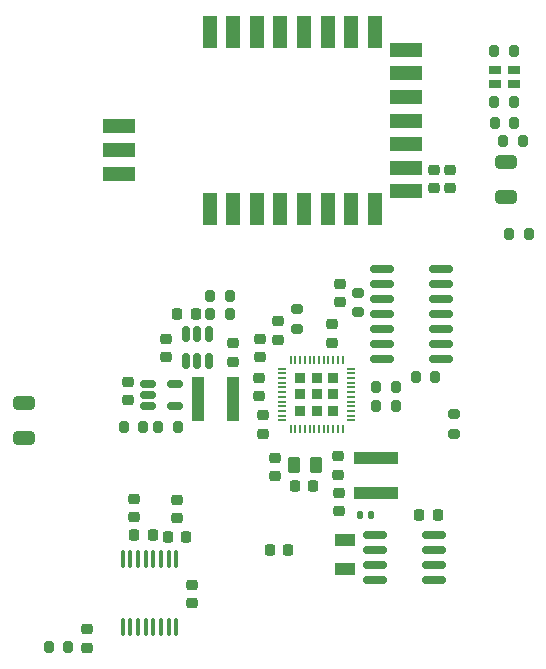
<source format=gtp>
G04 #@! TF.GenerationSoftware,KiCad,Pcbnew,7.0.11-7.0.11~ubuntu23.10.1*
G04 #@! TF.CreationDate,2024-06-16T14:32:52+02:00*
G04 #@! TF.ProjectId,WiRoc_NanoPi,5769526f-635f-44e6-916e-6f50692e6b69,rev?*
G04 #@! TF.SameCoordinates,Original*
G04 #@! TF.FileFunction,Paste,Top*
G04 #@! TF.FilePolarity,Positive*
%FSLAX46Y46*%
G04 Gerber Fmt 4.6, Leading zero omitted, Abs format (unit mm)*
G04 Created by KiCad (PCBNEW 7.0.11-7.0.11~ubuntu23.10.1) date 2024-06-16 14:32:52*
%MOMM*%
%LPD*%
G01*
G04 APERTURE LIST*
G04 Aperture macros list*
%AMRoundRect*
0 Rectangle with rounded corners*
0 $1 Rounding radius*
0 $2 $3 $4 $5 $6 $7 $8 $9 X,Y pos of 4 corners*
0 Add a 4 corners polygon primitive as box body*
4,1,4,$2,$3,$4,$5,$6,$7,$8,$9,$2,$3,0*
0 Add four circle primitives for the rounded corners*
1,1,$1+$1,$2,$3*
1,1,$1+$1,$4,$5*
1,1,$1+$1,$6,$7*
1,1,$1+$1,$8,$9*
0 Add four rect primitives between the rounded corners*
20,1,$1+$1,$2,$3,$4,$5,0*
20,1,$1+$1,$4,$5,$6,$7,0*
20,1,$1+$1,$6,$7,$8,$9,0*
20,1,$1+$1,$8,$9,$2,$3,0*%
G04 Aperture macros list end*
%ADD10RoundRect,0.150000X-0.512500X-0.150000X0.512500X-0.150000X0.512500X0.150000X-0.512500X0.150000X0*%
%ADD11RoundRect,0.225000X-0.250000X0.225000X-0.250000X-0.225000X0.250000X-0.225000X0.250000X0.225000X0*%
%ADD12RoundRect,0.200000X-0.200000X-0.275000X0.200000X-0.275000X0.200000X0.275000X-0.200000X0.275000X0*%
%ADD13RoundRect,0.250000X0.650000X-0.325000X0.650000X0.325000X-0.650000X0.325000X-0.650000X-0.325000X0*%
%ADD14R,1.200000X2.800000*%
%ADD15R,2.800000X1.200000*%
%ADD16RoundRect,0.200000X0.200000X0.275000X-0.200000X0.275000X-0.200000X-0.275000X0.200000X-0.275000X0*%
%ADD17RoundRect,0.225000X0.250000X-0.225000X0.250000X0.225000X-0.250000X0.225000X-0.250000X-0.225000X0*%
%ADD18O,0.700000X0.200000*%
%ADD19O,0.200000X0.700000*%
%ADD20R,0.840000X0.840000*%
%ADD21RoundRect,0.200000X-0.275000X0.200000X-0.275000X-0.200000X0.275000X-0.200000X0.275000X0.200000X0*%
%ADD22R,3.700000X1.100000*%
%ADD23RoundRect,0.225000X-0.225000X-0.250000X0.225000X-0.250000X0.225000X0.250000X-0.225000X0.250000X0*%
%ADD24RoundRect,0.250000X0.262500X0.450000X-0.262500X0.450000X-0.262500X-0.450000X0.262500X-0.450000X0*%
%ADD25RoundRect,0.225000X0.225000X0.250000X-0.225000X0.250000X-0.225000X-0.250000X0.225000X-0.250000X0*%
%ADD26R,1.000000X0.720000*%
%ADD27RoundRect,0.250000X-0.650000X0.325000X-0.650000X-0.325000X0.650000X-0.325000X0.650000X0.325000X0*%
%ADD28RoundRect,0.100000X-0.100000X0.637500X-0.100000X-0.637500X0.100000X-0.637500X0.100000X0.637500X0*%
%ADD29RoundRect,0.140000X0.140000X0.170000X-0.140000X0.170000X-0.140000X-0.170000X0.140000X-0.170000X0*%
%ADD30RoundRect,0.150000X-0.825000X-0.150000X0.825000X-0.150000X0.825000X0.150000X-0.825000X0.150000X0*%
%ADD31R,1.800000X1.000000*%
%ADD32RoundRect,0.200000X0.275000X-0.200000X0.275000X0.200000X-0.275000X0.200000X-0.275000X-0.200000X0*%
%ADD33R,1.100000X3.700000*%
%ADD34RoundRect,0.150000X-0.150000X0.512500X-0.150000X-0.512500X0.150000X-0.512500X0.150000X0.512500X0*%
G04 APERTURE END LIST*
D10*
G04 #@! TO.C,U5*
X11271200Y23570400D03*
X11271200Y22620400D03*
X11271200Y21670400D03*
X13546200Y21670400D03*
X13546200Y23570400D03*
G04 #@! TD*
D11*
G04 #@! TO.C,C7*
X6120000Y2781600D03*
X6120000Y1231600D03*
G04 #@! TD*
G04 #@! TO.C,C14*
X9563530Y23714680D03*
X9563530Y22164680D03*
G04 #@! TD*
D12*
G04 #@! TO.C,R9*
X9252400Y19928000D03*
X10902400Y19928000D03*
G04 #@! TD*
D13*
G04 #@! TO.C,C15*
X762000Y18972000D03*
X762000Y21922000D03*
G04 #@! TD*
D12*
G04 #@! TO.C,R4*
X2882000Y1295400D03*
X4532000Y1295400D03*
G04 #@! TD*
D14*
G04 #@! TO.C,U1*
X16500000Y38364800D03*
X18500000Y38364800D03*
X20500000Y38364800D03*
X22500000Y38364800D03*
X24500000Y38364800D03*
X26500000Y38364800D03*
X28500000Y38364800D03*
X30500000Y38364800D03*
D15*
X33100000Y39864800D03*
X33100000Y41864800D03*
X33100000Y43864800D03*
X33100000Y45864800D03*
X33100000Y47864800D03*
X33100000Y49864800D03*
X33100000Y51864800D03*
D14*
X30500000Y53364800D03*
X28500000Y53364800D03*
X26500000Y53364800D03*
X24500000Y53364800D03*
X22500000Y53364800D03*
X20500000Y53364800D03*
X18500000Y53364800D03*
X16500000Y53364800D03*
D15*
X8800000Y45364800D03*
X8800000Y43364800D03*
X8800000Y41364800D03*
G04 #@! TD*
D16*
G04 #@! TO.C,R10*
X13823400Y19902600D03*
X12173400Y19902600D03*
G04 #@! TD*
G04 #@! TO.C,R12*
X43525000Y36300000D03*
X41875000Y36300000D03*
G04 #@! TD*
G04 #@! TO.C,R3*
X32258700Y21660100D03*
X30608700Y21660100D03*
G04 #@! TD*
D17*
G04 #@! TO.C,C10*
X22021800Y15785800D03*
X22021800Y17335800D03*
G04 #@! TD*
D18*
G04 #@! TO.C,U3*
X28470200Y20473600D03*
X28470200Y20873600D03*
X28470200Y21273600D03*
X28470200Y21673600D03*
X28470200Y22073600D03*
X28470200Y22473600D03*
X28470200Y22873600D03*
X28470200Y23273600D03*
X28470200Y23673600D03*
X28470200Y24073600D03*
X28470200Y24473600D03*
X28470200Y24873600D03*
D19*
X27770200Y25573600D03*
X27370200Y25573600D03*
X26970200Y25573600D03*
X26570200Y25573600D03*
X26170200Y25573600D03*
X25770200Y25573600D03*
X25370200Y25573600D03*
X24970200Y25573600D03*
X24570200Y25573600D03*
X24170200Y25573600D03*
X23770200Y25573600D03*
X23370200Y25573600D03*
D18*
X22670200Y24873600D03*
X22670200Y24473600D03*
X22670200Y24073600D03*
X22670200Y23673600D03*
X22670200Y23273600D03*
X22670200Y22873600D03*
X22670200Y22473600D03*
X22670200Y22073600D03*
X22670200Y21673600D03*
X22670200Y21273600D03*
X22670200Y20873600D03*
X22670200Y20473600D03*
D19*
X23370200Y19773600D03*
X23770200Y19773600D03*
X24170200Y19773600D03*
X24570200Y19773600D03*
X24970200Y19773600D03*
X25370200Y19773600D03*
X25770200Y19773600D03*
X26170200Y19773600D03*
X26570200Y19773600D03*
X26970200Y19773600D03*
X27370200Y19773600D03*
X27770200Y19773600D03*
D20*
X26970200Y21273600D03*
X26970200Y22673600D03*
X26970200Y24073600D03*
X25570200Y21273600D03*
X25570200Y22673600D03*
X25570200Y24073600D03*
X24170200Y21273600D03*
X24170200Y22673600D03*
X24170200Y24073600D03*
G04 #@! TD*
D21*
G04 #@! TO.C,R2*
X23876000Y29882600D03*
X23876000Y28232600D03*
G04 #@! TD*
D17*
G04 #@! TO.C,C5*
X20726400Y22542200D03*
X20726400Y24092200D03*
G04 #@! TD*
D16*
G04 #@! TO.C,R1*
X32246700Y23299600D03*
X30596700Y23299600D03*
G04 #@! TD*
D22*
G04 #@! TO.C,L1*
X30632400Y17324200D03*
X30632400Y14324200D03*
G04 #@! TD*
D11*
G04 #@! TO.C,C4*
X21056600Y20917200D03*
X21056600Y19367200D03*
G04 #@! TD*
D17*
G04 #@! TO.C,C11*
X27482800Y12814000D03*
X27482800Y14364000D03*
G04 #@! TD*
D23*
G04 #@! TO.C,C9*
X23710600Y14935200D03*
X25260600Y14935200D03*
G04 #@! TD*
D17*
G04 #@! TO.C,C1*
X26840000Y27055000D03*
X26840000Y28605000D03*
G04 #@! TD*
G04 #@! TO.C,C6*
X22301200Y27317400D03*
X22301200Y28867400D03*
G04 #@! TD*
D24*
G04 #@! TO.C,R5*
X25474300Y16687800D03*
X23649300Y16687800D03*
G04 #@! TD*
D25*
G04 #@! TO.C,C3*
X23175000Y9525000D03*
X21625000Y9525000D03*
G04 #@! TD*
D16*
G04 #@! TO.C,R11*
X43025000Y44100000D03*
X41375000Y44100000D03*
G04 #@! TD*
D11*
G04 #@! TO.C,C18*
X36900000Y41675000D03*
X36900000Y40125000D03*
G04 #@! TD*
D16*
G04 #@! TO.C,R6*
X42272740Y47400500D03*
X40622740Y47400500D03*
G04 #@! TD*
G04 #@! TO.C,R13*
X42242260Y51756600D03*
X40592260Y51756600D03*
G04 #@! TD*
G04 #@! TO.C,R14*
X42282900Y45678380D03*
X40632900Y45678380D03*
G04 #@! TD*
D26*
G04 #@! TO.C,D1*
X42252820Y48964420D03*
X40652820Y48964420D03*
X40652820Y50144420D03*
X42252820Y50144420D03*
G04 #@! TD*
D27*
G04 #@! TO.C,C17*
X41560000Y42375000D03*
X41560000Y39425000D03*
G04 #@! TD*
D11*
G04 #@! TO.C,C16*
X35500000Y41675000D03*
X35500000Y40125000D03*
G04 #@! TD*
D17*
G04 #@! TO.C,C2*
X20751800Y25818800D03*
X20751800Y27368800D03*
G04 #@! TD*
G04 #@! TO.C,C8*
X27406600Y15887400D03*
X27406600Y17437400D03*
G04 #@! TD*
D28*
G04 #@! TO.C,U8*
X13686334Y8731271D03*
X13036334Y8731271D03*
X12386334Y8731271D03*
X11736334Y8731271D03*
X11086334Y8731271D03*
X10436334Y8731271D03*
X9786334Y8731271D03*
X9136334Y8731271D03*
X9136334Y3006271D03*
X9786334Y3006271D03*
X10436334Y3006271D03*
X11086334Y3006271D03*
X11736334Y3006271D03*
X12386334Y3006271D03*
X13036334Y3006271D03*
X13686334Y3006271D03*
G04 #@! TD*
D29*
G04 #@! TO.C,C12*
X30198000Y12446000D03*
X29238000Y12446000D03*
G04 #@! TD*
D17*
G04 #@! TO.C,C26*
X12851000Y25818800D03*
X12851000Y27368800D03*
G04 #@! TD*
D12*
G04 #@! TO.C,R16*
X16572600Y29514800D03*
X18222600Y29514800D03*
G04 #@! TD*
D17*
G04 #@! TO.C,C21*
X14986505Y4990800D03*
X14986505Y6540800D03*
G04 #@! TD*
D30*
G04 #@! TO.C,U9*
X30545000Y10795000D03*
X30545000Y9525000D03*
X30545000Y8255000D03*
X30545000Y6985000D03*
X35495000Y6985000D03*
X35495000Y8255000D03*
X35495000Y9525000D03*
X35495000Y10795000D03*
G04 #@! TD*
D25*
G04 #@! TO.C,C22*
X11675000Y10800000D03*
X10125000Y10800000D03*
G04 #@! TD*
D16*
G04 #@! TO.C,R15*
X18222600Y31013400D03*
X16572600Y31013400D03*
G04 #@! TD*
D25*
G04 #@! TO.C,C20*
X14504505Y10617200D03*
X12954505Y10617200D03*
G04 #@! TD*
D31*
G04 #@! TO.C,Y1*
X28002000Y10374000D03*
X28002000Y7874000D03*
G04 #@! TD*
D32*
G04 #@! TO.C,R17*
X29083000Y29655000D03*
X29083000Y31305000D03*
G04 #@! TD*
D25*
G04 #@! TO.C,C13*
X35827000Y12446000D03*
X34277000Y12446000D03*
G04 #@! TD*
D33*
G04 #@! TO.C,L3*
X18518000Y22250400D03*
X15518000Y22250400D03*
G04 #@! TD*
D30*
G04 #@! TO.C,U4*
X31118000Y33274000D03*
X31118000Y32004000D03*
X31118000Y30734000D03*
X31118000Y29464000D03*
X31118000Y28194000D03*
X31118000Y26924000D03*
X31118000Y25654000D03*
X36068000Y25654000D03*
X36068000Y26924000D03*
X36068000Y28194000D03*
X36068000Y29464000D03*
X36068000Y30734000D03*
X36068000Y32004000D03*
X36068000Y33274000D03*
G04 #@! TD*
D16*
G04 #@! TO.C,R7*
X35623000Y24130000D03*
X33973000Y24130000D03*
G04 #@! TD*
D34*
G04 #@! TO.C,U10*
X16427400Y27776600D03*
X15477400Y27776600D03*
X14527400Y27776600D03*
X14527400Y25501600D03*
X15477400Y25501600D03*
X16427400Y25501600D03*
G04 #@! TD*
D21*
G04 #@! TO.C,R8*
X37211000Y21018000D03*
X37211000Y19368000D03*
G04 #@! TD*
D11*
G04 #@! TO.C,C24*
X10109705Y13830600D03*
X10109705Y12280600D03*
G04 #@! TD*
D25*
G04 #@! TO.C,C25*
X15327800Y29514800D03*
X13777800Y29514800D03*
G04 #@! TD*
D17*
G04 #@! TO.C,C27*
X18515200Y25463200D03*
X18515200Y27013200D03*
G04 #@! TD*
D11*
G04 #@! TO.C,C23*
X13711334Y13748371D03*
X13711334Y12198371D03*
G04 #@! TD*
D17*
G04 #@! TO.C,C19*
X27559000Y30467000D03*
X27559000Y32017000D03*
G04 #@! TD*
M02*

</source>
